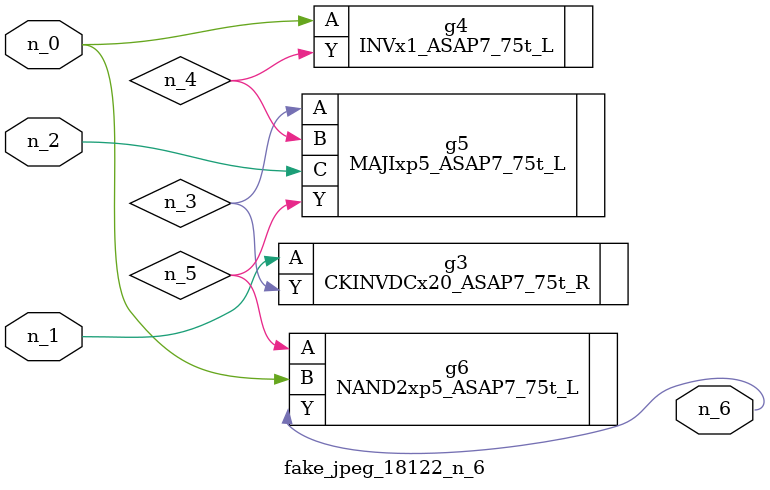
<source format=v>
module fake_jpeg_18122_n_6 (n_0, n_2, n_1, n_6);

input n_0;
input n_2;
input n_1;

output n_6;

wire n_3;
wire n_4;
wire n_5;

CKINVDCx20_ASAP7_75t_R g3 ( 
.A(n_1),
.Y(n_3)
);

INVx1_ASAP7_75t_L g4 ( 
.A(n_0),
.Y(n_4)
);

MAJIxp5_ASAP7_75t_L g5 ( 
.A(n_3),
.B(n_4),
.C(n_2),
.Y(n_5)
);

NAND2xp5_ASAP7_75t_L g6 ( 
.A(n_5),
.B(n_0),
.Y(n_6)
);


endmodule
</source>
